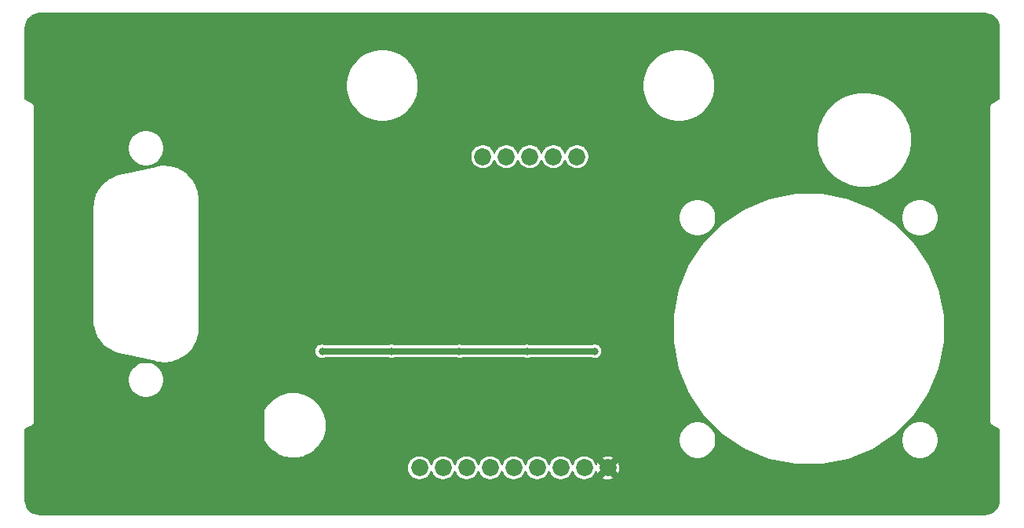
<source format=gbr>
G04 #@! TF.GenerationSoftware,KiCad,Pcbnew,(5.1.8)-1*
G04 #@! TF.CreationDate,2020-12-19T14:32:43-06:00*
G04 #@! TF.ProjectId,endcap,656e6463-6170-42e6-9b69-6361645f7063,2.1*
G04 #@! TF.SameCoordinates,PX2faf080PY2faf080*
G04 #@! TF.FileFunction,Copper,L1,Top*
G04 #@! TF.FilePolarity,Positive*
%FSLAX46Y46*%
G04 Gerber Fmt 4.6, Leading zero omitted, Abs format (unit mm)*
G04 Created by KiCad (PCBNEW (5.1.8)-1) date 2020-12-19 14:32:43*
%MOMM*%
%LPD*%
G01*
G04 APERTURE LIST*
G04 #@! TA.AperFunction,ComponentPad*
%ADD10C,1.850000*%
G04 #@! TD*
G04 #@! TA.AperFunction,ComponentPad*
%ADD11C,4.900000*%
G04 #@! TD*
G04 #@! TA.AperFunction,ViaPad*
%ADD12C,0.800000*%
G04 #@! TD*
G04 #@! TA.AperFunction,Conductor*
%ADD13C,0.700000*%
G04 #@! TD*
G04 #@! TA.AperFunction,Conductor*
%ADD14C,0.200000*%
G04 #@! TD*
G04 #@! TA.AperFunction,Conductor*
%ADD15C,0.100000*%
G04 #@! TD*
G04 APERTURE END LIST*
D10*
X43000000Y-49500000D03*
X45540000Y-49500000D03*
X48080000Y-49500000D03*
X50620000Y-49500000D03*
X53160000Y-49500000D03*
X55700000Y-49500000D03*
X58240000Y-49500000D03*
X60780000Y-49500000D03*
X63320000Y-49500000D03*
D11*
X4875000Y-3750000D03*
X101125000Y-3750000D03*
X101125000Y-51250000D03*
X4875000Y-51250000D03*
D10*
X60000000Y-15900000D03*
X57460000Y-15900000D03*
X54920000Y-15900000D03*
X52380000Y-15900000D03*
X49840000Y-15900000D03*
D12*
X40600000Y-32000000D03*
X47900000Y-33700000D03*
X55200000Y-33700000D03*
X62500000Y-33700000D03*
X68700000Y-32300000D03*
X29800000Y-34200000D03*
X38600000Y-27400000D03*
X63800000Y-25500000D03*
X56800000Y-23400000D03*
X59100000Y-22700000D03*
X41900000Y-20700000D03*
X30300000Y-20900000D03*
X69000000Y-49000000D03*
X39000000Y-48900000D03*
X47300000Y-36900000D03*
X54600000Y-36900000D03*
X61900000Y-36900000D03*
X40000000Y-36900000D03*
X32500000Y-36900000D03*
D13*
X47300000Y-36900000D02*
X40000000Y-36900000D01*
X40000000Y-36900000D02*
X33100000Y-36900000D01*
X32500000Y-36900000D02*
X33100000Y-36900000D01*
X47300000Y-36900000D02*
X54600000Y-36900000D01*
X54600000Y-36900000D02*
X61900000Y-36900000D01*
D14*
X104295764Y-506278D02*
X104580263Y-592173D01*
X104842665Y-731695D01*
X105072961Y-919521D01*
X105262394Y-1148505D01*
X105403741Y-1409921D01*
X105491620Y-1693812D01*
X105525000Y-2011398D01*
X105525001Y-9706434D01*
X104823588Y-10057141D01*
X104817346Y-10059034D01*
X104781774Y-10078048D01*
X104766705Y-10085582D01*
X104761231Y-10089028D01*
X104734827Y-10103141D01*
X104721709Y-10113907D01*
X104707362Y-10122938D01*
X104685645Y-10143504D01*
X104662499Y-10162499D01*
X104651732Y-10175618D01*
X104639424Y-10187274D01*
X104622136Y-10211681D01*
X104603141Y-10234827D01*
X104595142Y-10249792D01*
X104585342Y-10263628D01*
X104573141Y-10290953D01*
X104559034Y-10317347D01*
X104554112Y-10333574D01*
X104547195Y-10349065D01*
X104540559Y-10378252D01*
X104531873Y-10406885D01*
X104530211Y-10423763D01*
X104526450Y-10440303D01*
X104525635Y-10470218D01*
X104525000Y-10476669D01*
X104525000Y-10493550D01*
X104523903Y-10533835D01*
X104525000Y-10540259D01*
X104525001Y-44459735D01*
X104523903Y-44466165D01*
X104525001Y-44506486D01*
X104525001Y-44523332D01*
X104525635Y-44529770D01*
X104526450Y-44559697D01*
X104530212Y-44576244D01*
X104531874Y-44593116D01*
X104540557Y-44621738D01*
X104547195Y-44650935D01*
X104554114Y-44666431D01*
X104559035Y-44682654D01*
X104573138Y-44709039D01*
X104585342Y-44736372D01*
X104595146Y-44750214D01*
X104603142Y-44765173D01*
X104622130Y-44788310D01*
X104639424Y-44812726D01*
X104651737Y-44824386D01*
X104662500Y-44837501D01*
X104685639Y-44856490D01*
X104707362Y-44877062D01*
X104721713Y-44886096D01*
X104734828Y-44896859D01*
X104761225Y-44910968D01*
X104766705Y-44914418D01*
X104781789Y-44921960D01*
X104817347Y-44940966D01*
X104823586Y-44942859D01*
X105525000Y-45293566D01*
X105525001Y-52976758D01*
X105493722Y-53295765D01*
X105407826Y-53580265D01*
X105268307Y-53842661D01*
X105080479Y-54072962D01*
X104851495Y-54262394D01*
X104590079Y-54403741D01*
X104306188Y-54491620D01*
X103988602Y-54525000D01*
X2023232Y-54525000D01*
X1704235Y-54493722D01*
X1419735Y-54407826D01*
X1157339Y-54268307D01*
X927038Y-54080479D01*
X737606Y-53851495D01*
X596259Y-53590079D01*
X508380Y-53306188D01*
X475000Y-52988602D01*
X475000Y-49369499D01*
X41675000Y-49369499D01*
X41675000Y-49630501D01*
X41725919Y-49886488D01*
X41825800Y-50127623D01*
X41970805Y-50344638D01*
X42155362Y-50529195D01*
X42372377Y-50674200D01*
X42613512Y-50774081D01*
X42869499Y-50825000D01*
X43130501Y-50825000D01*
X43386488Y-50774081D01*
X43627623Y-50674200D01*
X43844638Y-50529195D01*
X44029195Y-50344638D01*
X44174200Y-50127623D01*
X44270000Y-49896340D01*
X44365800Y-50127623D01*
X44510805Y-50344638D01*
X44695362Y-50529195D01*
X44912377Y-50674200D01*
X45153512Y-50774081D01*
X45409499Y-50825000D01*
X45670501Y-50825000D01*
X45926488Y-50774081D01*
X46167623Y-50674200D01*
X46384638Y-50529195D01*
X46569195Y-50344638D01*
X46714200Y-50127623D01*
X46810000Y-49896340D01*
X46905800Y-50127623D01*
X47050805Y-50344638D01*
X47235362Y-50529195D01*
X47452377Y-50674200D01*
X47693512Y-50774081D01*
X47949499Y-50825000D01*
X48210501Y-50825000D01*
X48466488Y-50774081D01*
X48707623Y-50674200D01*
X48924638Y-50529195D01*
X49109195Y-50344638D01*
X49254200Y-50127623D01*
X49350000Y-49896340D01*
X49445800Y-50127623D01*
X49590805Y-50344638D01*
X49775362Y-50529195D01*
X49992377Y-50674200D01*
X50233512Y-50774081D01*
X50489499Y-50825000D01*
X50750501Y-50825000D01*
X51006488Y-50774081D01*
X51247623Y-50674200D01*
X51464638Y-50529195D01*
X51649195Y-50344638D01*
X51794200Y-50127623D01*
X51890000Y-49896340D01*
X51985800Y-50127623D01*
X52130805Y-50344638D01*
X52315362Y-50529195D01*
X52532377Y-50674200D01*
X52773512Y-50774081D01*
X53029499Y-50825000D01*
X53290501Y-50825000D01*
X53546488Y-50774081D01*
X53787623Y-50674200D01*
X54004638Y-50529195D01*
X54189195Y-50344638D01*
X54334200Y-50127623D01*
X54430000Y-49896340D01*
X54525800Y-50127623D01*
X54670805Y-50344638D01*
X54855362Y-50529195D01*
X55072377Y-50674200D01*
X55313512Y-50774081D01*
X55569499Y-50825000D01*
X55830501Y-50825000D01*
X56086488Y-50774081D01*
X56327623Y-50674200D01*
X56544638Y-50529195D01*
X56729195Y-50344638D01*
X56874200Y-50127623D01*
X56970000Y-49896340D01*
X57065800Y-50127623D01*
X57210805Y-50344638D01*
X57395362Y-50529195D01*
X57612377Y-50674200D01*
X57853512Y-50774081D01*
X58109499Y-50825000D01*
X58370501Y-50825000D01*
X58626488Y-50774081D01*
X58867623Y-50674200D01*
X59084638Y-50529195D01*
X59269195Y-50344638D01*
X59414200Y-50127623D01*
X59510000Y-49896340D01*
X59605800Y-50127623D01*
X59750805Y-50344638D01*
X59935362Y-50529195D01*
X60152377Y-50674200D01*
X60393512Y-50774081D01*
X60649499Y-50825000D01*
X60910501Y-50825000D01*
X61166488Y-50774081D01*
X61407623Y-50674200D01*
X61583569Y-50556636D01*
X62687628Y-50556636D01*
X62800247Y-50725770D01*
X63049370Y-50803616D01*
X63308893Y-50831365D01*
X63568842Y-50807950D01*
X63819229Y-50734271D01*
X63839753Y-50725770D01*
X63952372Y-50556636D01*
X63320000Y-49924264D01*
X62687628Y-50556636D01*
X61583569Y-50556636D01*
X61624638Y-50529195D01*
X61809195Y-50344638D01*
X61954200Y-50127623D01*
X62053188Y-49888644D01*
X62085729Y-49999229D01*
X62094230Y-50019753D01*
X62263364Y-50132372D01*
X62895736Y-49500000D01*
X63744264Y-49500000D01*
X64376636Y-50132372D01*
X64545770Y-50019753D01*
X64623616Y-49770630D01*
X64651365Y-49511107D01*
X64627950Y-49251158D01*
X64554271Y-49000771D01*
X64545770Y-48980247D01*
X64376636Y-48867628D01*
X63744264Y-49500000D01*
X62895736Y-49500000D01*
X62263364Y-48867628D01*
X62094230Y-48980247D01*
X62053230Y-49111457D01*
X61954200Y-48872377D01*
X61809195Y-48655362D01*
X61624638Y-48470805D01*
X61583570Y-48443364D01*
X62687628Y-48443364D01*
X63320000Y-49075736D01*
X63952372Y-48443364D01*
X63839753Y-48274230D01*
X63590630Y-48196384D01*
X63331107Y-48168635D01*
X63071158Y-48192050D01*
X62820771Y-48265729D01*
X62800247Y-48274230D01*
X62687628Y-48443364D01*
X61583570Y-48443364D01*
X61407623Y-48325800D01*
X61166488Y-48225919D01*
X60910501Y-48175000D01*
X60649499Y-48175000D01*
X60393512Y-48225919D01*
X60152377Y-48325800D01*
X59935362Y-48470805D01*
X59750805Y-48655362D01*
X59605800Y-48872377D01*
X59510000Y-49103660D01*
X59414200Y-48872377D01*
X59269195Y-48655362D01*
X59084638Y-48470805D01*
X58867623Y-48325800D01*
X58626488Y-48225919D01*
X58370501Y-48175000D01*
X58109499Y-48175000D01*
X57853512Y-48225919D01*
X57612377Y-48325800D01*
X57395362Y-48470805D01*
X57210805Y-48655362D01*
X57065800Y-48872377D01*
X56970000Y-49103660D01*
X56874200Y-48872377D01*
X56729195Y-48655362D01*
X56544638Y-48470805D01*
X56327623Y-48325800D01*
X56086488Y-48225919D01*
X55830501Y-48175000D01*
X55569499Y-48175000D01*
X55313512Y-48225919D01*
X55072377Y-48325800D01*
X54855362Y-48470805D01*
X54670805Y-48655362D01*
X54525800Y-48872377D01*
X54430000Y-49103660D01*
X54334200Y-48872377D01*
X54189195Y-48655362D01*
X54004638Y-48470805D01*
X53787623Y-48325800D01*
X53546488Y-48225919D01*
X53290501Y-48175000D01*
X53029499Y-48175000D01*
X52773512Y-48225919D01*
X52532377Y-48325800D01*
X52315362Y-48470805D01*
X52130805Y-48655362D01*
X51985800Y-48872377D01*
X51890000Y-49103660D01*
X51794200Y-48872377D01*
X51649195Y-48655362D01*
X51464638Y-48470805D01*
X51247623Y-48325800D01*
X51006488Y-48225919D01*
X50750501Y-48175000D01*
X50489499Y-48175000D01*
X50233512Y-48225919D01*
X49992377Y-48325800D01*
X49775362Y-48470805D01*
X49590805Y-48655362D01*
X49445800Y-48872377D01*
X49350000Y-49103660D01*
X49254200Y-48872377D01*
X49109195Y-48655362D01*
X48924638Y-48470805D01*
X48707623Y-48325800D01*
X48466488Y-48225919D01*
X48210501Y-48175000D01*
X47949499Y-48175000D01*
X47693512Y-48225919D01*
X47452377Y-48325800D01*
X47235362Y-48470805D01*
X47050805Y-48655362D01*
X46905800Y-48872377D01*
X46810000Y-49103660D01*
X46714200Y-48872377D01*
X46569195Y-48655362D01*
X46384638Y-48470805D01*
X46167623Y-48325800D01*
X45926488Y-48225919D01*
X45670501Y-48175000D01*
X45409499Y-48175000D01*
X45153512Y-48225919D01*
X44912377Y-48325800D01*
X44695362Y-48470805D01*
X44510805Y-48655362D01*
X44365800Y-48872377D01*
X44270000Y-49103660D01*
X44174200Y-48872377D01*
X44029195Y-48655362D01*
X43844638Y-48470805D01*
X43627623Y-48325800D01*
X43386488Y-48225919D01*
X43130501Y-48175000D01*
X42869499Y-48175000D01*
X42613512Y-48225919D01*
X42372377Y-48325800D01*
X42155362Y-48470805D01*
X41970805Y-48655362D01*
X41825800Y-48872377D01*
X41725919Y-49113512D01*
X41675000Y-49369499D01*
X475000Y-49369499D01*
X475000Y-45293566D01*
X1176418Y-44942857D01*
X1182653Y-44940966D01*
X1218189Y-44921972D01*
X1233295Y-44914419D01*
X1238782Y-44910965D01*
X1265173Y-44896859D01*
X1278286Y-44886098D01*
X1292638Y-44877063D01*
X1314363Y-44856490D01*
X1337501Y-44837501D01*
X1348264Y-44824386D01*
X1360576Y-44812727D01*
X1377869Y-44788312D01*
X1396859Y-44765173D01*
X1404856Y-44750212D01*
X1414658Y-44736373D01*
X1426859Y-44709046D01*
X1440966Y-44682654D01*
X1445888Y-44666427D01*
X1452805Y-44650936D01*
X1459441Y-44621749D01*
X1468127Y-44593116D01*
X1469789Y-44576238D01*
X1473550Y-44559698D01*
X1474365Y-44529783D01*
X1475000Y-44523332D01*
X1475000Y-44506450D01*
X1476097Y-44466165D01*
X1475000Y-44459741D01*
X1475000Y-43377896D01*
X26200000Y-43377896D01*
X26200002Y-46422105D01*
X26202150Y-46443915D01*
X26202150Y-46443929D01*
X26202153Y-46443943D01*
X26206513Y-46488215D01*
X26232245Y-46573041D01*
X26274031Y-46651216D01*
X26281935Y-46660847D01*
X26285997Y-46668426D01*
X26289528Y-46673623D01*
X26636590Y-47176915D01*
X26662925Y-47208090D01*
X26688792Y-47239593D01*
X26693265Y-47244006D01*
X27131474Y-47670301D01*
X27163391Y-47695790D01*
X27194856Y-47721645D01*
X27200095Y-47725101D01*
X27200100Y-47725105D01*
X27200105Y-47725108D01*
X27712766Y-48058166D01*
X27748959Y-48076935D01*
X27784913Y-48096222D01*
X27790729Y-48098597D01*
X28358321Y-48325739D01*
X28397484Y-48337124D01*
X28436488Y-48349057D01*
X28442655Y-48350257D01*
X29043557Y-48462826D01*
X29084215Y-48466390D01*
X29124763Y-48470517D01*
X29131047Y-48470496D01*
X29742369Y-48464205D01*
X29782932Y-48459806D01*
X29823522Y-48455977D01*
X29829682Y-48454736D01*
X30428140Y-48329826D01*
X30467096Y-48317626D01*
X30506149Y-48305992D01*
X30511944Y-48303581D01*
X30511950Y-48303579D01*
X30511955Y-48303576D01*
X31074749Y-48064805D01*
X31110568Y-48045285D01*
X31146644Y-48026273D01*
X31151866Y-48022778D01*
X31657567Y-47679239D01*
X31688932Y-47653116D01*
X31720608Y-47627475D01*
X31725052Y-47623033D01*
X32154396Y-47187811D01*
X32180079Y-47156107D01*
X32206182Y-47124789D01*
X32209678Y-47119569D01*
X32546311Y-46609242D01*
X32565370Y-46573109D01*
X32584869Y-46537361D01*
X32587285Y-46531561D01*
X32680600Y-46303017D01*
X71000000Y-46303017D01*
X71000000Y-46696983D01*
X71076859Y-47083378D01*
X71227623Y-47447355D01*
X71446499Y-47774926D01*
X71725074Y-48053501D01*
X72052645Y-48272377D01*
X72416622Y-48423141D01*
X72803017Y-48500000D01*
X73196983Y-48500000D01*
X73583378Y-48423141D01*
X73947355Y-48272377D01*
X74274926Y-48053501D01*
X74553501Y-47774926D01*
X74772377Y-47447355D01*
X74923141Y-47083378D01*
X75000000Y-46696983D01*
X75000000Y-46303017D01*
X74923141Y-45916622D01*
X74772377Y-45552645D01*
X74553501Y-45225074D01*
X74274926Y-44946499D01*
X73947355Y-44727623D01*
X73583378Y-44576859D01*
X73196983Y-44500000D01*
X72803017Y-44500000D01*
X72416622Y-44576859D01*
X72052645Y-44727623D01*
X71725074Y-44946499D01*
X71446499Y-45225074D01*
X71227623Y-45552645D01*
X71076859Y-45916622D01*
X71000000Y-46303017D01*
X32680600Y-46303017D01*
X32818383Y-45965568D01*
X32830046Y-45926469D01*
X32842245Y-45887567D01*
X32843488Y-45881408D01*
X32960251Y-45281307D01*
X32964104Y-45240629D01*
X32968508Y-45200156D01*
X32968532Y-45193873D01*
X32966509Y-44582522D01*
X32962392Y-44541920D01*
X32958847Y-44501314D01*
X32957649Y-44495146D01*
X32836920Y-43895830D01*
X32824992Y-43856788D01*
X32813631Y-43817656D01*
X32811261Y-43811845D01*
X32811259Y-43811839D01*
X32811256Y-43811834D01*
X32576420Y-43247386D01*
X32557135Y-43211404D01*
X32538390Y-43175224D01*
X32534933Y-43169978D01*
X32194932Y-42661890D01*
X32169012Y-42630322D01*
X32143609Y-42598489D01*
X32139199Y-42594014D01*
X31706984Y-42161643D01*
X31675473Y-42135750D01*
X31644326Y-42109419D01*
X31639130Y-42105886D01*
X31131166Y-41765699D01*
X31095199Y-41746405D01*
X31059556Y-41726639D01*
X31053773Y-41724183D01*
X30489407Y-41489139D01*
X30450385Y-41477201D01*
X30411574Y-41464732D01*
X30405427Y-41463447D01*
X30405425Y-41463446D01*
X30405423Y-41463446D01*
X29806152Y-41342498D01*
X29765536Y-41338365D01*
X29725061Y-41333674D01*
X29718779Y-41333607D01*
X29718778Y-41333607D01*
X29107428Y-41331362D01*
X29066831Y-41335192D01*
X29026169Y-41338456D01*
X29019993Y-41339611D01*
X28419849Y-41456153D01*
X28380753Y-41467800D01*
X28341513Y-41478896D01*
X28335679Y-41481228D01*
X27769601Y-41712120D01*
X27733457Y-41731168D01*
X27697176Y-41749646D01*
X27691914Y-41753062D01*
X27691906Y-41753066D01*
X27691899Y-41753071D01*
X27181457Y-42089512D01*
X27149731Y-42115193D01*
X27117700Y-42140390D01*
X27113195Y-42144769D01*
X26677816Y-42573955D01*
X26651708Y-42605279D01*
X26625155Y-42636247D01*
X26621586Y-42641418D01*
X26289270Y-43130214D01*
X26274029Y-43148785D01*
X26232243Y-43226960D01*
X26206511Y-43311786D01*
X26200000Y-43377896D01*
X1475000Y-43377896D01*
X1475000Y-39810404D01*
X11575000Y-39810404D01*
X11575000Y-40189596D01*
X11648977Y-40561502D01*
X11794087Y-40911829D01*
X12004755Y-41227116D01*
X12272884Y-41495245D01*
X12588171Y-41705913D01*
X12938498Y-41851023D01*
X13310404Y-41925000D01*
X13689596Y-41925000D01*
X14061502Y-41851023D01*
X14411829Y-41705913D01*
X14727116Y-41495245D01*
X14995245Y-41227116D01*
X15205913Y-40911829D01*
X15351023Y-40561502D01*
X15425000Y-40189596D01*
X15425000Y-39810404D01*
X15351023Y-39438498D01*
X15205913Y-39088171D01*
X14995245Y-38772884D01*
X14727116Y-38504755D01*
X14411829Y-38294087D01*
X14061502Y-38148977D01*
X13689596Y-38075000D01*
X13310404Y-38075000D01*
X12938498Y-38148977D01*
X12588171Y-38294087D01*
X12272884Y-38504755D01*
X12004755Y-38772884D01*
X11794087Y-39088171D01*
X11648977Y-39438498D01*
X11575000Y-39810404D01*
X1475000Y-39810404D01*
X1475000Y-33519260D01*
X7716474Y-33519260D01*
X7716938Y-33525526D01*
X7763199Y-34096730D01*
X7769960Y-34134195D01*
X7775732Y-34171783D01*
X7777329Y-34177860D01*
X7948213Y-34809862D01*
X7962661Y-34848037D01*
X7976553Y-34886350D01*
X7979300Y-34892000D01*
X8269686Y-35478775D01*
X8291286Y-35513436D01*
X8312343Y-35548301D01*
X8316135Y-35553310D01*
X8714962Y-36072506D01*
X8742856Y-36102282D01*
X8770311Y-36132424D01*
X8775004Y-36136601D01*
X9267082Y-36568444D01*
X9300222Y-36592231D01*
X9333015Y-36616470D01*
X9338430Y-36619656D01*
X9905014Y-36947695D01*
X9942183Y-36964610D01*
X9979019Y-36981999D01*
X9984950Y-36984073D01*
X10565890Y-37182632D01*
X10568990Y-37184366D01*
X10632178Y-37204863D01*
X14549917Y-38062478D01*
X14627485Y-38088131D01*
X14633624Y-38089470D01*
X14759483Y-38115991D01*
X14782524Y-38118535D01*
X14805235Y-38123197D01*
X14811488Y-38123810D01*
X15462603Y-38183066D01*
X15503420Y-38182781D01*
X15544171Y-38183066D01*
X15550425Y-38182453D01*
X16200649Y-38114112D01*
X16240646Y-38105902D01*
X16280664Y-38098268D01*
X16286669Y-38096455D01*
X16286679Y-38096453D01*
X16286688Y-38096449D01*
X16911245Y-37903117D01*
X16948848Y-37887310D01*
X16986660Y-37872033D01*
X16992208Y-37869084D01*
X17567327Y-37558118D01*
X17601182Y-37535283D01*
X17635267Y-37512978D01*
X17640137Y-37509007D01*
X18143902Y-37092256D01*
X18172628Y-37063329D01*
X18201782Y-37034779D01*
X18205787Y-37029938D01*
X18376023Y-36821207D01*
X31700000Y-36821207D01*
X31700000Y-36978793D01*
X31730743Y-37133351D01*
X31791049Y-37278942D01*
X31878599Y-37409970D01*
X31990030Y-37521401D01*
X32121058Y-37608951D01*
X32266649Y-37669257D01*
X32421207Y-37700000D01*
X32578793Y-37700000D01*
X32733351Y-37669257D01*
X32779841Y-37650000D01*
X39720159Y-37650000D01*
X39766649Y-37669257D01*
X39921207Y-37700000D01*
X40078793Y-37700000D01*
X40233351Y-37669257D01*
X40279841Y-37650000D01*
X47020159Y-37650000D01*
X47066649Y-37669257D01*
X47221207Y-37700000D01*
X47378793Y-37700000D01*
X47533351Y-37669257D01*
X47579841Y-37650000D01*
X54320159Y-37650000D01*
X54366649Y-37669257D01*
X54521207Y-37700000D01*
X54678793Y-37700000D01*
X54833351Y-37669257D01*
X54879841Y-37650000D01*
X61620159Y-37650000D01*
X61666649Y-37669257D01*
X61821207Y-37700000D01*
X61978793Y-37700000D01*
X62133351Y-37669257D01*
X62278942Y-37608951D01*
X62409970Y-37521401D01*
X62521401Y-37409970D01*
X62608951Y-37278942D01*
X62669257Y-37133351D01*
X62700000Y-36978793D01*
X62700000Y-36821207D01*
X62669257Y-36666649D01*
X62608951Y-36521058D01*
X62521401Y-36390030D01*
X62409970Y-36278599D01*
X62278942Y-36191049D01*
X62133351Y-36130743D01*
X61978793Y-36100000D01*
X61821207Y-36100000D01*
X61666649Y-36130743D01*
X61620159Y-36150000D01*
X54879841Y-36150000D01*
X54833351Y-36130743D01*
X54678793Y-36100000D01*
X54521207Y-36100000D01*
X54366649Y-36130743D01*
X54320159Y-36150000D01*
X47579841Y-36150000D01*
X47533351Y-36130743D01*
X47378793Y-36100000D01*
X47221207Y-36100000D01*
X47066649Y-36130743D01*
X47020159Y-36150000D01*
X40279841Y-36150000D01*
X40233351Y-36130743D01*
X40078793Y-36100000D01*
X39921207Y-36100000D01*
X39766649Y-36130743D01*
X39720159Y-36150000D01*
X32779841Y-36150000D01*
X32733351Y-36130743D01*
X32578793Y-36100000D01*
X32421207Y-36100000D01*
X32266649Y-36130743D01*
X32121058Y-36191049D01*
X31990030Y-36278599D01*
X31878599Y-36390030D01*
X31791049Y-36521058D01*
X31730743Y-36666649D01*
X31700000Y-36821207D01*
X18376023Y-36821207D01*
X18619011Y-36523275D01*
X18641587Y-36489296D01*
X18664624Y-36455651D01*
X18667609Y-36450129D01*
X18667612Y-36450125D01*
X18667614Y-36450121D01*
X18974555Y-35872849D01*
X18990098Y-35835141D01*
X19006165Y-35797653D01*
X19008023Y-35791651D01*
X19196994Y-35165749D01*
X19204926Y-35125691D01*
X19213395Y-35085846D01*
X19214052Y-35079597D01*
X19277852Y-34428912D01*
X19280000Y-34407105D01*
X19280000Y-33057101D01*
X70350000Y-33057101D01*
X70350000Y-35942899D01*
X70912991Y-38773247D01*
X72017338Y-41439377D01*
X73620602Y-43838831D01*
X75661169Y-45879398D01*
X78060623Y-47482662D01*
X80726753Y-48587009D01*
X83557101Y-49150000D01*
X86442899Y-49150000D01*
X89273247Y-48587009D01*
X91939377Y-47482662D01*
X93704840Y-46303017D01*
X95000000Y-46303017D01*
X95000000Y-46696983D01*
X95076859Y-47083378D01*
X95227623Y-47447355D01*
X95446499Y-47774926D01*
X95725074Y-48053501D01*
X96052645Y-48272377D01*
X96416622Y-48423141D01*
X96803017Y-48500000D01*
X97196983Y-48500000D01*
X97583378Y-48423141D01*
X97947355Y-48272377D01*
X98274926Y-48053501D01*
X98553501Y-47774926D01*
X98772377Y-47447355D01*
X98923141Y-47083378D01*
X99000000Y-46696983D01*
X99000000Y-46303017D01*
X98923141Y-45916622D01*
X98772377Y-45552645D01*
X98553501Y-45225074D01*
X98274926Y-44946499D01*
X97947355Y-44727623D01*
X97583378Y-44576859D01*
X97196983Y-44500000D01*
X96803017Y-44500000D01*
X96416622Y-44576859D01*
X96052645Y-44727623D01*
X95725074Y-44946499D01*
X95446499Y-45225074D01*
X95227623Y-45552645D01*
X95076859Y-45916622D01*
X95000000Y-46303017D01*
X93704840Y-46303017D01*
X94338831Y-45879398D01*
X96379398Y-43838831D01*
X97982662Y-41439377D01*
X99087009Y-38773247D01*
X99650000Y-35942899D01*
X99650000Y-33057101D01*
X99087009Y-30226753D01*
X97982662Y-27560623D01*
X96379398Y-25161169D01*
X94338831Y-23120602D01*
X93115229Y-22303017D01*
X95000000Y-22303017D01*
X95000000Y-22696983D01*
X95076859Y-23083378D01*
X95227623Y-23447355D01*
X95446499Y-23774926D01*
X95725074Y-24053501D01*
X96052645Y-24272377D01*
X96416622Y-24423141D01*
X96803017Y-24500000D01*
X97196983Y-24500000D01*
X97583378Y-24423141D01*
X97947355Y-24272377D01*
X98274926Y-24053501D01*
X98553501Y-23774926D01*
X98772377Y-23447355D01*
X98923141Y-23083378D01*
X99000000Y-22696983D01*
X99000000Y-22303017D01*
X98923141Y-21916622D01*
X98772377Y-21552645D01*
X98553501Y-21225074D01*
X98274926Y-20946499D01*
X97947355Y-20727623D01*
X97583378Y-20576859D01*
X97196983Y-20500000D01*
X96803017Y-20500000D01*
X96416622Y-20576859D01*
X96052645Y-20727623D01*
X95725074Y-20946499D01*
X95446499Y-21225074D01*
X95227623Y-21552645D01*
X95076859Y-21916622D01*
X95000000Y-22303017D01*
X93115229Y-22303017D01*
X91939377Y-21517338D01*
X89273247Y-20412991D01*
X86442899Y-19850000D01*
X83557101Y-19850000D01*
X80726753Y-20412991D01*
X78060623Y-21517338D01*
X75661169Y-23120602D01*
X73620602Y-25161169D01*
X72017338Y-27560623D01*
X70912991Y-30226753D01*
X70350000Y-33057101D01*
X19280000Y-33057101D01*
X19280000Y-22303017D01*
X71000000Y-22303017D01*
X71000000Y-22696983D01*
X71076859Y-23083378D01*
X71227623Y-23447355D01*
X71446499Y-23774926D01*
X71725074Y-24053501D01*
X72052645Y-24272377D01*
X72416622Y-24423141D01*
X72803017Y-24500000D01*
X73196983Y-24500000D01*
X73583378Y-24423141D01*
X73947355Y-24272377D01*
X74274926Y-24053501D01*
X74553501Y-23774926D01*
X74772377Y-23447355D01*
X74923141Y-23083378D01*
X75000000Y-22696983D01*
X75000000Y-22303017D01*
X74923141Y-21916622D01*
X74772377Y-21552645D01*
X74553501Y-21225074D01*
X74274926Y-20946499D01*
X73947355Y-20727623D01*
X73583378Y-20576859D01*
X73196983Y-20500000D01*
X72803017Y-20500000D01*
X72416622Y-20576859D01*
X72052645Y-20727623D01*
X71725074Y-20946499D01*
X71446499Y-21225074D01*
X71227623Y-21552645D01*
X71076859Y-21916622D01*
X71000000Y-22303017D01*
X19280000Y-22303017D01*
X19280000Y-20592895D01*
X19279576Y-20588587D01*
X19277448Y-20477763D01*
X19274743Y-20454738D01*
X19274177Y-20431559D01*
X19273367Y-20425329D01*
X19184635Y-19777573D01*
X19175179Y-19737879D01*
X19166286Y-19698095D01*
X19164282Y-19692140D01*
X18951424Y-19073954D01*
X18934452Y-19036883D01*
X18917987Y-18999552D01*
X18914865Y-18994100D01*
X18585988Y-18429033D01*
X18562120Y-18395940D01*
X18538736Y-18362544D01*
X18534614Y-18357802D01*
X18102245Y-17867375D01*
X18072402Y-17839546D01*
X18042979Y-17811330D01*
X18038014Y-17807478D01*
X17518621Y-17410372D01*
X17483930Y-17388863D01*
X17449598Y-17366906D01*
X17443980Y-17364093D01*
X16857348Y-17075434D01*
X16819147Y-17061075D01*
X16781196Y-17046202D01*
X16775139Y-17044533D01*
X16143610Y-16875316D01*
X16103321Y-16868646D01*
X16063231Y-16861433D01*
X16056965Y-16860972D01*
X15404597Y-16817642D01*
X15363813Y-16818924D01*
X15323052Y-16819635D01*
X15316816Y-16820401D01*
X14668456Y-16904608D01*
X14582883Y-16924364D01*
X14557106Y-16935948D01*
X10632178Y-17795137D01*
X10568990Y-17815634D01*
X10568309Y-17816015D01*
X10065177Y-17981143D01*
X10030350Y-17996481D01*
X9995143Y-18010899D01*
X9989609Y-18013874D01*
X9415178Y-18327974D01*
X9381454Y-18350953D01*
X9347451Y-18373433D01*
X9342600Y-18377427D01*
X8840119Y-18797118D01*
X8811490Y-18826220D01*
X8782512Y-18854866D01*
X8778529Y-18859726D01*
X8367135Y-19369023D01*
X8344711Y-19403122D01*
X8321841Y-19436862D01*
X8318882Y-19442398D01*
X8318879Y-19442402D01*
X8318879Y-19442403D01*
X8014244Y-20021907D01*
X7998871Y-20059708D01*
X7982989Y-20097251D01*
X7981159Y-20103262D01*
X7794885Y-20730900D01*
X7787145Y-20770983D01*
X7778860Y-20810880D01*
X7778233Y-20817131D01*
X7717415Y-21468997D01*
X7717828Y-21556820D01*
X7720001Y-21567530D01*
X7720000Y-33427947D01*
X7719187Y-33431477D01*
X7716474Y-33519260D01*
X1475000Y-33519260D01*
X1475000Y-14810404D01*
X11575000Y-14810404D01*
X11575000Y-15189596D01*
X11648977Y-15561502D01*
X11794087Y-15911829D01*
X12004755Y-16227116D01*
X12272884Y-16495245D01*
X12588171Y-16705913D01*
X12938498Y-16851023D01*
X13310404Y-16925000D01*
X13689596Y-16925000D01*
X14061502Y-16851023D01*
X14411829Y-16705913D01*
X14727116Y-16495245D01*
X14995245Y-16227116D01*
X15205913Y-15911829D01*
X15264867Y-15769499D01*
X48515000Y-15769499D01*
X48515000Y-16030501D01*
X48565919Y-16286488D01*
X48665800Y-16527623D01*
X48810805Y-16744638D01*
X48995362Y-16929195D01*
X49212377Y-17074200D01*
X49453512Y-17174081D01*
X49709499Y-17225000D01*
X49970501Y-17225000D01*
X50226488Y-17174081D01*
X50467623Y-17074200D01*
X50684638Y-16929195D01*
X50869195Y-16744638D01*
X51014200Y-16527623D01*
X51110000Y-16296340D01*
X51205800Y-16527623D01*
X51350805Y-16744638D01*
X51535362Y-16929195D01*
X51752377Y-17074200D01*
X51993512Y-17174081D01*
X52249499Y-17225000D01*
X52510501Y-17225000D01*
X52766488Y-17174081D01*
X53007623Y-17074200D01*
X53224638Y-16929195D01*
X53409195Y-16744638D01*
X53554200Y-16527623D01*
X53650000Y-16296340D01*
X53745800Y-16527623D01*
X53890805Y-16744638D01*
X54075362Y-16929195D01*
X54292377Y-17074200D01*
X54533512Y-17174081D01*
X54789499Y-17225000D01*
X55050501Y-17225000D01*
X55306488Y-17174081D01*
X55547623Y-17074200D01*
X55764638Y-16929195D01*
X55949195Y-16744638D01*
X56094200Y-16527623D01*
X56190000Y-16296340D01*
X56285800Y-16527623D01*
X56430805Y-16744638D01*
X56615362Y-16929195D01*
X56832377Y-17074200D01*
X57073512Y-17174081D01*
X57329499Y-17225000D01*
X57590501Y-17225000D01*
X57846488Y-17174081D01*
X58087623Y-17074200D01*
X58304638Y-16929195D01*
X58489195Y-16744638D01*
X58634200Y-16527623D01*
X58730000Y-16296340D01*
X58825800Y-16527623D01*
X58970805Y-16744638D01*
X59155362Y-16929195D01*
X59372377Y-17074200D01*
X59613512Y-17174081D01*
X59869499Y-17225000D01*
X60130501Y-17225000D01*
X60386488Y-17174081D01*
X60627623Y-17074200D01*
X60844638Y-16929195D01*
X61029195Y-16744638D01*
X61174200Y-16527623D01*
X61274081Y-16286488D01*
X61325000Y-16030501D01*
X61325000Y-15769499D01*
X61274081Y-15513512D01*
X61174200Y-15272377D01*
X61029195Y-15055362D01*
X60844638Y-14870805D01*
X60627623Y-14725800D01*
X60386488Y-14625919D01*
X60130501Y-14575000D01*
X59869499Y-14575000D01*
X59613512Y-14625919D01*
X59372377Y-14725800D01*
X59155362Y-14870805D01*
X58970805Y-15055362D01*
X58825800Y-15272377D01*
X58730000Y-15503660D01*
X58634200Y-15272377D01*
X58489195Y-15055362D01*
X58304638Y-14870805D01*
X58087623Y-14725800D01*
X57846488Y-14625919D01*
X57590501Y-14575000D01*
X57329499Y-14575000D01*
X57073512Y-14625919D01*
X56832377Y-14725800D01*
X56615362Y-14870805D01*
X56430805Y-15055362D01*
X56285800Y-15272377D01*
X56190000Y-15503660D01*
X56094200Y-15272377D01*
X55949195Y-15055362D01*
X55764638Y-14870805D01*
X55547623Y-14725800D01*
X55306488Y-14625919D01*
X55050501Y-14575000D01*
X54789499Y-14575000D01*
X54533512Y-14625919D01*
X54292377Y-14725800D01*
X54075362Y-14870805D01*
X53890805Y-15055362D01*
X53745800Y-15272377D01*
X53650000Y-15503660D01*
X53554200Y-15272377D01*
X53409195Y-15055362D01*
X53224638Y-14870805D01*
X53007623Y-14725800D01*
X52766488Y-14625919D01*
X52510501Y-14575000D01*
X52249499Y-14575000D01*
X51993512Y-14625919D01*
X51752377Y-14725800D01*
X51535362Y-14870805D01*
X51350805Y-15055362D01*
X51205800Y-15272377D01*
X51110000Y-15503660D01*
X51014200Y-15272377D01*
X50869195Y-15055362D01*
X50684638Y-14870805D01*
X50467623Y-14725800D01*
X50226488Y-14625919D01*
X49970501Y-14575000D01*
X49709499Y-14575000D01*
X49453512Y-14625919D01*
X49212377Y-14725800D01*
X48995362Y-14870805D01*
X48810805Y-15055362D01*
X48665800Y-15272377D01*
X48565919Y-15513512D01*
X48515000Y-15769499D01*
X15264867Y-15769499D01*
X15351023Y-15561502D01*
X15425000Y-15189596D01*
X15425000Y-14810404D01*
X15351023Y-14438498D01*
X15205913Y-14088171D01*
X14995245Y-13772884D01*
X14815130Y-13592769D01*
X85850000Y-13592769D01*
X85850000Y-14607231D01*
X86047911Y-15602200D01*
X86436129Y-16539440D01*
X86999734Y-17382934D01*
X87717066Y-18100266D01*
X88560560Y-18663871D01*
X89497800Y-19052089D01*
X90492769Y-19250000D01*
X91507231Y-19250000D01*
X92502200Y-19052089D01*
X93439440Y-18663871D01*
X94282934Y-18100266D01*
X95000266Y-17382934D01*
X95563871Y-16539440D01*
X95952089Y-15602200D01*
X96150000Y-14607231D01*
X96150000Y-13592769D01*
X95952089Y-12597800D01*
X95563871Y-11660560D01*
X95000266Y-10817066D01*
X94282934Y-10099734D01*
X93439440Y-9536129D01*
X92502200Y-9147911D01*
X91507231Y-8950000D01*
X90492769Y-8950000D01*
X89497800Y-9147911D01*
X88560560Y-9536129D01*
X87717066Y-10099734D01*
X86999734Y-10817066D01*
X86436129Y-11660560D01*
X86047911Y-12597800D01*
X85850000Y-13592769D01*
X14815130Y-13592769D01*
X14727116Y-13504755D01*
X14411829Y-13294087D01*
X14061502Y-13148977D01*
X13689596Y-13075000D01*
X13310404Y-13075000D01*
X12938498Y-13148977D01*
X12588171Y-13294087D01*
X12272884Y-13504755D01*
X12004755Y-13772884D01*
X11794087Y-14088171D01*
X11648977Y-14438498D01*
X11575000Y-14810404D01*
X1475000Y-14810404D01*
X1475000Y-10540259D01*
X1476097Y-10533835D01*
X1475000Y-10493550D01*
X1475000Y-10476668D01*
X1474365Y-10470217D01*
X1473550Y-10440302D01*
X1469789Y-10423762D01*
X1468127Y-10406884D01*
X1459441Y-10378251D01*
X1452805Y-10349064D01*
X1445888Y-10333573D01*
X1440966Y-10317346D01*
X1426859Y-10290954D01*
X1414658Y-10263627D01*
X1404856Y-10249788D01*
X1396859Y-10234827D01*
X1377869Y-10211688D01*
X1360576Y-10187273D01*
X1348264Y-10175614D01*
X1337501Y-10162499D01*
X1314363Y-10143510D01*
X1292638Y-10122937D01*
X1278286Y-10113902D01*
X1265173Y-10103141D01*
X1238780Y-10089034D01*
X1233295Y-10085581D01*
X1218198Y-10078032D01*
X1182654Y-10059034D01*
X1176417Y-10057142D01*
X475000Y-9706434D01*
X475000Y-7850884D01*
X35100000Y-7850884D01*
X35100000Y-8619116D01*
X35249875Y-9372588D01*
X35543865Y-10082343D01*
X35970673Y-10721105D01*
X36513895Y-11264327D01*
X37152657Y-11691135D01*
X37862412Y-11985125D01*
X38615884Y-12135000D01*
X39384116Y-12135000D01*
X40137588Y-11985125D01*
X40847343Y-11691135D01*
X41486105Y-11264327D01*
X42029327Y-10721105D01*
X42456135Y-10082343D01*
X42750125Y-9372588D01*
X42900000Y-8619116D01*
X42900000Y-7850884D01*
X67100000Y-7850884D01*
X67100000Y-8619116D01*
X67249875Y-9372588D01*
X67543865Y-10082343D01*
X67970673Y-10721105D01*
X68513895Y-11264327D01*
X69152657Y-11691135D01*
X69862412Y-11985125D01*
X70615884Y-12135000D01*
X71384116Y-12135000D01*
X72137588Y-11985125D01*
X72847343Y-11691135D01*
X73486105Y-11264327D01*
X74029327Y-10721105D01*
X74456135Y-10082343D01*
X74750125Y-9372588D01*
X74900000Y-8619116D01*
X74900000Y-7850884D01*
X74750125Y-7097412D01*
X74456135Y-6387657D01*
X74029327Y-5748895D01*
X73486105Y-5205673D01*
X72847343Y-4778865D01*
X72137588Y-4484875D01*
X71384116Y-4335000D01*
X70615884Y-4335000D01*
X69862412Y-4484875D01*
X69152657Y-4778865D01*
X68513895Y-5205673D01*
X67970673Y-5748895D01*
X67543865Y-6387657D01*
X67249875Y-7097412D01*
X67100000Y-7850884D01*
X42900000Y-7850884D01*
X42750125Y-7097412D01*
X42456135Y-6387657D01*
X42029327Y-5748895D01*
X41486105Y-5205673D01*
X40847343Y-4778865D01*
X40137588Y-4484875D01*
X39384116Y-4335000D01*
X38615884Y-4335000D01*
X37862412Y-4484875D01*
X37152657Y-4778865D01*
X36513895Y-5205673D01*
X35970673Y-5748895D01*
X35543865Y-6387657D01*
X35249875Y-7097412D01*
X35100000Y-7850884D01*
X475000Y-7850884D01*
X475000Y-2023232D01*
X506278Y-1704236D01*
X592173Y-1419737D01*
X731695Y-1157335D01*
X919521Y-927039D01*
X1148505Y-737606D01*
X1409921Y-596259D01*
X1693812Y-508380D01*
X2011398Y-475000D01*
X103976768Y-475000D01*
X104295764Y-506278D01*
G04 #@! TA.AperFunction,Conductor*
D15*
G36*
X104295764Y-506278D02*
G01*
X104580263Y-592173D01*
X104842665Y-731695D01*
X105072961Y-919521D01*
X105262394Y-1148505D01*
X105403741Y-1409921D01*
X105491620Y-1693812D01*
X105525000Y-2011398D01*
X105525001Y-9706434D01*
X104823588Y-10057141D01*
X104817346Y-10059034D01*
X104781774Y-10078048D01*
X104766705Y-10085582D01*
X104761231Y-10089028D01*
X104734827Y-10103141D01*
X104721709Y-10113907D01*
X104707362Y-10122938D01*
X104685645Y-10143504D01*
X104662499Y-10162499D01*
X104651732Y-10175618D01*
X104639424Y-10187274D01*
X104622136Y-10211681D01*
X104603141Y-10234827D01*
X104595142Y-10249792D01*
X104585342Y-10263628D01*
X104573141Y-10290953D01*
X104559034Y-10317347D01*
X104554112Y-10333574D01*
X104547195Y-10349065D01*
X104540559Y-10378252D01*
X104531873Y-10406885D01*
X104530211Y-10423763D01*
X104526450Y-10440303D01*
X104525635Y-10470218D01*
X104525000Y-10476669D01*
X104525000Y-10493550D01*
X104523903Y-10533835D01*
X104525000Y-10540259D01*
X104525001Y-44459735D01*
X104523903Y-44466165D01*
X104525001Y-44506486D01*
X104525001Y-44523332D01*
X104525635Y-44529770D01*
X104526450Y-44559697D01*
X104530212Y-44576244D01*
X104531874Y-44593116D01*
X104540557Y-44621738D01*
X104547195Y-44650935D01*
X104554114Y-44666431D01*
X104559035Y-44682654D01*
X104573138Y-44709039D01*
X104585342Y-44736372D01*
X104595146Y-44750214D01*
X104603142Y-44765173D01*
X104622130Y-44788310D01*
X104639424Y-44812726D01*
X104651737Y-44824386D01*
X104662500Y-44837501D01*
X104685639Y-44856490D01*
X104707362Y-44877062D01*
X104721713Y-44886096D01*
X104734828Y-44896859D01*
X104761225Y-44910968D01*
X104766705Y-44914418D01*
X104781789Y-44921960D01*
X104817347Y-44940966D01*
X104823586Y-44942859D01*
X105525000Y-45293566D01*
X105525001Y-52976758D01*
X105493722Y-53295765D01*
X105407826Y-53580265D01*
X105268307Y-53842661D01*
X105080479Y-54072962D01*
X104851495Y-54262394D01*
X104590079Y-54403741D01*
X104306188Y-54491620D01*
X103988602Y-54525000D01*
X2023232Y-54525000D01*
X1704235Y-54493722D01*
X1419735Y-54407826D01*
X1157339Y-54268307D01*
X927038Y-54080479D01*
X737606Y-53851495D01*
X596259Y-53590079D01*
X508380Y-53306188D01*
X475000Y-52988602D01*
X475000Y-49369499D01*
X41675000Y-49369499D01*
X41675000Y-49630501D01*
X41725919Y-49886488D01*
X41825800Y-50127623D01*
X41970805Y-50344638D01*
X42155362Y-50529195D01*
X42372377Y-50674200D01*
X42613512Y-50774081D01*
X42869499Y-50825000D01*
X43130501Y-50825000D01*
X43386488Y-50774081D01*
X43627623Y-50674200D01*
X43844638Y-50529195D01*
X44029195Y-50344638D01*
X44174200Y-50127623D01*
X44270000Y-49896340D01*
X44365800Y-50127623D01*
X44510805Y-50344638D01*
X44695362Y-50529195D01*
X44912377Y-50674200D01*
X45153512Y-50774081D01*
X45409499Y-50825000D01*
X45670501Y-50825000D01*
X45926488Y-50774081D01*
X46167623Y-50674200D01*
X46384638Y-50529195D01*
X46569195Y-50344638D01*
X46714200Y-50127623D01*
X46810000Y-49896340D01*
X46905800Y-50127623D01*
X47050805Y-50344638D01*
X47235362Y-50529195D01*
X47452377Y-50674200D01*
X47693512Y-50774081D01*
X47949499Y-50825000D01*
X48210501Y-50825000D01*
X48466488Y-50774081D01*
X48707623Y-50674200D01*
X48924638Y-50529195D01*
X49109195Y-50344638D01*
X49254200Y-50127623D01*
X49350000Y-49896340D01*
X49445800Y-50127623D01*
X49590805Y-50344638D01*
X49775362Y-50529195D01*
X49992377Y-50674200D01*
X50233512Y-50774081D01*
X50489499Y-50825000D01*
X50750501Y-50825000D01*
X51006488Y-50774081D01*
X51247623Y-50674200D01*
X51464638Y-50529195D01*
X51649195Y-50344638D01*
X51794200Y-50127623D01*
X51890000Y-49896340D01*
X51985800Y-50127623D01*
X52130805Y-50344638D01*
X52315362Y-50529195D01*
X52532377Y-50674200D01*
X52773512Y-50774081D01*
X53029499Y-50825000D01*
X53290501Y-50825000D01*
X53546488Y-50774081D01*
X53787623Y-50674200D01*
X54004638Y-50529195D01*
X54189195Y-50344638D01*
X54334200Y-50127623D01*
X54430000Y-49896340D01*
X54525800Y-50127623D01*
X54670805Y-50344638D01*
X54855362Y-50529195D01*
X55072377Y-50674200D01*
X55313512Y-50774081D01*
X55569499Y-50825000D01*
X55830501Y-50825000D01*
X56086488Y-50774081D01*
X56327623Y-50674200D01*
X56544638Y-50529195D01*
X56729195Y-50344638D01*
X56874200Y-50127623D01*
X56970000Y-49896340D01*
X57065800Y-50127623D01*
X57210805Y-50344638D01*
X57395362Y-50529195D01*
X57612377Y-50674200D01*
X57853512Y-50774081D01*
X58109499Y-50825000D01*
X58370501Y-50825000D01*
X58626488Y-50774081D01*
X58867623Y-50674200D01*
X59084638Y-50529195D01*
X59269195Y-50344638D01*
X59414200Y-50127623D01*
X59510000Y-49896340D01*
X59605800Y-50127623D01*
X59750805Y-50344638D01*
X59935362Y-50529195D01*
X60152377Y-50674200D01*
X60393512Y-50774081D01*
X60649499Y-50825000D01*
X60910501Y-50825000D01*
X61166488Y-50774081D01*
X61407623Y-50674200D01*
X61583569Y-50556636D01*
X62687628Y-50556636D01*
X62800247Y-50725770D01*
X63049370Y-50803616D01*
X63308893Y-50831365D01*
X63568842Y-50807950D01*
X63819229Y-50734271D01*
X63839753Y-50725770D01*
X63952372Y-50556636D01*
X63320000Y-49924264D01*
X62687628Y-50556636D01*
X61583569Y-50556636D01*
X61624638Y-50529195D01*
X61809195Y-50344638D01*
X61954200Y-50127623D01*
X62053188Y-49888644D01*
X62085729Y-49999229D01*
X62094230Y-50019753D01*
X62263364Y-50132372D01*
X62895736Y-49500000D01*
X63744264Y-49500000D01*
X64376636Y-50132372D01*
X64545770Y-50019753D01*
X64623616Y-49770630D01*
X64651365Y-49511107D01*
X64627950Y-49251158D01*
X64554271Y-49000771D01*
X64545770Y-48980247D01*
X64376636Y-48867628D01*
X63744264Y-49500000D01*
X62895736Y-49500000D01*
X62263364Y-48867628D01*
X62094230Y-48980247D01*
X62053230Y-49111457D01*
X61954200Y-48872377D01*
X61809195Y-48655362D01*
X61624638Y-48470805D01*
X61583570Y-48443364D01*
X62687628Y-48443364D01*
X63320000Y-49075736D01*
X63952372Y-48443364D01*
X63839753Y-48274230D01*
X63590630Y-48196384D01*
X63331107Y-48168635D01*
X63071158Y-48192050D01*
X62820771Y-48265729D01*
X62800247Y-48274230D01*
X62687628Y-48443364D01*
X61583570Y-48443364D01*
X61407623Y-48325800D01*
X61166488Y-48225919D01*
X60910501Y-48175000D01*
X60649499Y-48175000D01*
X60393512Y-48225919D01*
X60152377Y-48325800D01*
X59935362Y-48470805D01*
X59750805Y-48655362D01*
X59605800Y-48872377D01*
X59510000Y-49103660D01*
X59414200Y-48872377D01*
X59269195Y-48655362D01*
X59084638Y-48470805D01*
X58867623Y-48325800D01*
X58626488Y-48225919D01*
X58370501Y-48175000D01*
X58109499Y-48175000D01*
X57853512Y-48225919D01*
X57612377Y-48325800D01*
X57395362Y-48470805D01*
X57210805Y-48655362D01*
X57065800Y-48872377D01*
X56970000Y-49103660D01*
X56874200Y-48872377D01*
X56729195Y-48655362D01*
X56544638Y-48470805D01*
X56327623Y-48325800D01*
X56086488Y-48225919D01*
X55830501Y-48175000D01*
X55569499Y-48175000D01*
X55313512Y-48225919D01*
X55072377Y-48325800D01*
X54855362Y-48470805D01*
X54670805Y-48655362D01*
X54525800Y-48872377D01*
X54430000Y-49103660D01*
X54334200Y-48872377D01*
X54189195Y-48655362D01*
X54004638Y-48470805D01*
X53787623Y-48325800D01*
X53546488Y-48225919D01*
X53290501Y-48175000D01*
X53029499Y-48175000D01*
X52773512Y-48225919D01*
X52532377Y-48325800D01*
X52315362Y-48470805D01*
X52130805Y-48655362D01*
X51985800Y-48872377D01*
X51890000Y-49103660D01*
X51794200Y-48872377D01*
X51649195Y-48655362D01*
X51464638Y-48470805D01*
X51247623Y-48325800D01*
X51006488Y-48225919D01*
X50750501Y-48175000D01*
X50489499Y-48175000D01*
X50233512Y-48225919D01*
X49992377Y-48325800D01*
X49775362Y-48470805D01*
X49590805Y-48655362D01*
X49445800Y-48872377D01*
X49350000Y-49103660D01*
X49254200Y-48872377D01*
X49109195Y-48655362D01*
X48924638Y-48470805D01*
X48707623Y-48325800D01*
X48466488Y-48225919D01*
X48210501Y-48175000D01*
X47949499Y-48175000D01*
X47693512Y-48225919D01*
X47452377Y-48325800D01*
X47235362Y-48470805D01*
X47050805Y-48655362D01*
X46905800Y-48872377D01*
X46810000Y-49103660D01*
X46714200Y-48872377D01*
X46569195Y-48655362D01*
X46384638Y-48470805D01*
X46167623Y-48325800D01*
X45926488Y-48225919D01*
X45670501Y-48175000D01*
X45409499Y-48175000D01*
X45153512Y-48225919D01*
X44912377Y-48325800D01*
X44695362Y-48470805D01*
X44510805Y-48655362D01*
X44365800Y-48872377D01*
X44270000Y-49103660D01*
X44174200Y-48872377D01*
X44029195Y-48655362D01*
X43844638Y-48470805D01*
X43627623Y-48325800D01*
X43386488Y-48225919D01*
X43130501Y-48175000D01*
X42869499Y-48175000D01*
X42613512Y-48225919D01*
X42372377Y-48325800D01*
X42155362Y-48470805D01*
X41970805Y-48655362D01*
X41825800Y-48872377D01*
X41725919Y-49113512D01*
X41675000Y-49369499D01*
X475000Y-49369499D01*
X475000Y-45293566D01*
X1176418Y-44942857D01*
X1182653Y-44940966D01*
X1218189Y-44921972D01*
X1233295Y-44914419D01*
X1238782Y-44910965D01*
X1265173Y-44896859D01*
X1278286Y-44886098D01*
X1292638Y-44877063D01*
X1314363Y-44856490D01*
X1337501Y-44837501D01*
X1348264Y-44824386D01*
X1360576Y-44812727D01*
X1377869Y-44788312D01*
X1396859Y-44765173D01*
X1404856Y-44750212D01*
X1414658Y-44736373D01*
X1426859Y-44709046D01*
X1440966Y-44682654D01*
X1445888Y-44666427D01*
X1452805Y-44650936D01*
X1459441Y-44621749D01*
X1468127Y-44593116D01*
X1469789Y-44576238D01*
X1473550Y-44559698D01*
X1474365Y-44529783D01*
X1475000Y-44523332D01*
X1475000Y-44506450D01*
X1476097Y-44466165D01*
X1475000Y-44459741D01*
X1475000Y-43377896D01*
X26200000Y-43377896D01*
X26200002Y-46422105D01*
X26202150Y-46443915D01*
X26202150Y-46443929D01*
X26202153Y-46443943D01*
X26206513Y-46488215D01*
X26232245Y-46573041D01*
X26274031Y-46651216D01*
X26281935Y-46660847D01*
X26285997Y-46668426D01*
X26289528Y-46673623D01*
X26636590Y-47176915D01*
X26662925Y-47208090D01*
X26688792Y-47239593D01*
X26693265Y-47244006D01*
X27131474Y-47670301D01*
X27163391Y-47695790D01*
X27194856Y-47721645D01*
X27200095Y-47725101D01*
X27200100Y-47725105D01*
X27200105Y-47725108D01*
X27712766Y-48058166D01*
X27748959Y-48076935D01*
X27784913Y-48096222D01*
X27790729Y-48098597D01*
X28358321Y-48325739D01*
X28397484Y-48337124D01*
X28436488Y-48349057D01*
X28442655Y-48350257D01*
X29043557Y-48462826D01*
X29084215Y-48466390D01*
X29124763Y-48470517D01*
X29131047Y-48470496D01*
X29742369Y-48464205D01*
X29782932Y-48459806D01*
X29823522Y-48455977D01*
X29829682Y-48454736D01*
X30428140Y-48329826D01*
X30467096Y-48317626D01*
X30506149Y-48305992D01*
X30511944Y-48303581D01*
X30511950Y-48303579D01*
X30511955Y-48303576D01*
X31074749Y-48064805D01*
X31110568Y-48045285D01*
X31146644Y-48026273D01*
X31151866Y-48022778D01*
X31657567Y-47679239D01*
X31688932Y-47653116D01*
X31720608Y-47627475D01*
X31725052Y-47623033D01*
X32154396Y-47187811D01*
X32180079Y-47156107D01*
X32206182Y-47124789D01*
X32209678Y-47119569D01*
X32546311Y-46609242D01*
X32565370Y-46573109D01*
X32584869Y-46537361D01*
X32587285Y-46531561D01*
X32680600Y-46303017D01*
X71000000Y-46303017D01*
X71000000Y-46696983D01*
X71076859Y-47083378D01*
X71227623Y-47447355D01*
X71446499Y-47774926D01*
X71725074Y-48053501D01*
X72052645Y-48272377D01*
X72416622Y-48423141D01*
X72803017Y-48500000D01*
X73196983Y-48500000D01*
X73583378Y-48423141D01*
X73947355Y-48272377D01*
X74274926Y-48053501D01*
X74553501Y-47774926D01*
X74772377Y-47447355D01*
X74923141Y-47083378D01*
X75000000Y-46696983D01*
X75000000Y-46303017D01*
X74923141Y-45916622D01*
X74772377Y-45552645D01*
X74553501Y-45225074D01*
X74274926Y-44946499D01*
X73947355Y-44727623D01*
X73583378Y-44576859D01*
X73196983Y-44500000D01*
X72803017Y-44500000D01*
X72416622Y-44576859D01*
X72052645Y-44727623D01*
X71725074Y-44946499D01*
X71446499Y-45225074D01*
X71227623Y-45552645D01*
X71076859Y-45916622D01*
X71000000Y-46303017D01*
X32680600Y-46303017D01*
X32818383Y-45965568D01*
X32830046Y-45926469D01*
X32842245Y-45887567D01*
X32843488Y-45881408D01*
X32960251Y-45281307D01*
X32964104Y-45240629D01*
X32968508Y-45200156D01*
X32968532Y-45193873D01*
X32966509Y-44582522D01*
X32962392Y-44541920D01*
X32958847Y-44501314D01*
X32957649Y-44495146D01*
X32836920Y-43895830D01*
X32824992Y-43856788D01*
X32813631Y-43817656D01*
X32811261Y-43811845D01*
X32811259Y-43811839D01*
X32811256Y-43811834D01*
X32576420Y-43247386D01*
X32557135Y-43211404D01*
X32538390Y-43175224D01*
X32534933Y-43169978D01*
X32194932Y-42661890D01*
X32169012Y-42630322D01*
X32143609Y-42598489D01*
X32139199Y-42594014D01*
X31706984Y-42161643D01*
X31675473Y-42135750D01*
X31644326Y-42109419D01*
X31639130Y-42105886D01*
X31131166Y-41765699D01*
X31095199Y-41746405D01*
X31059556Y-41726639D01*
X31053773Y-41724183D01*
X30489407Y-41489139D01*
X30450385Y-41477201D01*
X30411574Y-41464732D01*
X30405427Y-41463447D01*
X30405425Y-41463446D01*
X30405423Y-41463446D01*
X29806152Y-41342498D01*
X29765536Y-41338365D01*
X29725061Y-41333674D01*
X29718779Y-41333607D01*
X29718778Y-41333607D01*
X29107428Y-41331362D01*
X29066831Y-41335192D01*
X29026169Y-41338456D01*
X29019993Y-41339611D01*
X28419849Y-41456153D01*
X28380753Y-41467800D01*
X28341513Y-41478896D01*
X28335679Y-41481228D01*
X27769601Y-41712120D01*
X27733457Y-41731168D01*
X27697176Y-41749646D01*
X27691914Y-41753062D01*
X27691906Y-41753066D01*
X27691899Y-41753071D01*
X27181457Y-42089512D01*
X27149731Y-42115193D01*
X27117700Y-42140390D01*
X27113195Y-42144769D01*
X26677816Y-42573955D01*
X26651708Y-42605279D01*
X26625155Y-42636247D01*
X26621586Y-42641418D01*
X26289270Y-43130214D01*
X26274029Y-43148785D01*
X26232243Y-43226960D01*
X26206511Y-43311786D01*
X26200000Y-43377896D01*
X1475000Y-43377896D01*
X1475000Y-39810404D01*
X11575000Y-39810404D01*
X11575000Y-40189596D01*
X11648977Y-40561502D01*
X11794087Y-40911829D01*
X12004755Y-41227116D01*
X12272884Y-41495245D01*
X12588171Y-41705913D01*
X12938498Y-41851023D01*
X13310404Y-41925000D01*
X13689596Y-41925000D01*
X14061502Y-41851023D01*
X14411829Y-41705913D01*
X14727116Y-41495245D01*
X14995245Y-41227116D01*
X15205913Y-40911829D01*
X15351023Y-40561502D01*
X15425000Y-40189596D01*
X15425000Y-39810404D01*
X15351023Y-39438498D01*
X15205913Y-39088171D01*
X14995245Y-38772884D01*
X14727116Y-38504755D01*
X14411829Y-38294087D01*
X14061502Y-38148977D01*
X13689596Y-38075000D01*
X13310404Y-38075000D01*
X12938498Y-38148977D01*
X12588171Y-38294087D01*
X12272884Y-38504755D01*
X12004755Y-38772884D01*
X11794087Y-39088171D01*
X11648977Y-39438498D01*
X11575000Y-39810404D01*
X1475000Y-39810404D01*
X1475000Y-33519260D01*
X7716474Y-33519260D01*
X7716938Y-33525526D01*
X7763199Y-34096730D01*
X7769960Y-34134195D01*
X7775732Y-34171783D01*
X7777329Y-34177860D01*
X7948213Y-34809862D01*
X7962661Y-34848037D01*
X7976553Y-34886350D01*
X7979300Y-34892000D01*
X8269686Y-35478775D01*
X8291286Y-35513436D01*
X8312343Y-35548301D01*
X8316135Y-35553310D01*
X8714962Y-36072506D01*
X8742856Y-36102282D01*
X8770311Y-36132424D01*
X8775004Y-36136601D01*
X9267082Y-36568444D01*
X9300222Y-36592231D01*
X9333015Y-36616470D01*
X9338430Y-36619656D01*
X9905014Y-36947695D01*
X9942183Y-36964610D01*
X9979019Y-36981999D01*
X9984950Y-36984073D01*
X10565890Y-37182632D01*
X10568990Y-37184366D01*
X10632178Y-37204863D01*
X14549917Y-38062478D01*
X14627485Y-38088131D01*
X14633624Y-38089470D01*
X14759483Y-38115991D01*
X14782524Y-38118535D01*
X14805235Y-38123197D01*
X14811488Y-38123810D01*
X15462603Y-38183066D01*
X15503420Y-38182781D01*
X15544171Y-38183066D01*
X15550425Y-38182453D01*
X16200649Y-38114112D01*
X16240646Y-38105902D01*
X16280664Y-38098268D01*
X16286669Y-38096455D01*
X16286679Y-38096453D01*
X16286688Y-38096449D01*
X16911245Y-37903117D01*
X16948848Y-37887310D01*
X16986660Y-37872033D01*
X16992208Y-37869084D01*
X17567327Y-37558118D01*
X17601182Y-37535283D01*
X17635267Y-37512978D01*
X17640137Y-37509007D01*
X18143902Y-37092256D01*
X18172628Y-37063329D01*
X18201782Y-37034779D01*
X18205787Y-37029938D01*
X18376023Y-36821207D01*
X31700000Y-36821207D01*
X31700000Y-36978793D01*
X31730743Y-37133351D01*
X31791049Y-37278942D01*
X31878599Y-37409970D01*
X31990030Y-37521401D01*
X32121058Y-37608951D01*
X32266649Y-37669257D01*
X32421207Y-37700000D01*
X32578793Y-37700000D01*
X32733351Y-37669257D01*
X32779841Y-37650000D01*
X39720159Y-37650000D01*
X39766649Y-37669257D01*
X39921207Y-37700000D01*
X40078793Y-37700000D01*
X40233351Y-37669257D01*
X40279841Y-37650000D01*
X47020159Y-37650000D01*
X47066649Y-37669257D01*
X47221207Y-37700000D01*
X47378793Y-37700000D01*
X47533351Y-37669257D01*
X47579841Y-37650000D01*
X54320159Y-37650000D01*
X54366649Y-37669257D01*
X54521207Y-37700000D01*
X54678793Y-37700000D01*
X54833351Y-37669257D01*
X54879841Y-37650000D01*
X61620159Y-37650000D01*
X61666649Y-37669257D01*
X61821207Y-37700000D01*
X61978793Y-37700000D01*
X62133351Y-37669257D01*
X62278942Y-37608951D01*
X62409970Y-37521401D01*
X62521401Y-37409970D01*
X62608951Y-37278942D01*
X62669257Y-37133351D01*
X62700000Y-36978793D01*
X62700000Y-36821207D01*
X62669257Y-36666649D01*
X62608951Y-36521058D01*
X62521401Y-36390030D01*
X62409970Y-36278599D01*
X62278942Y-36191049D01*
X62133351Y-36130743D01*
X61978793Y-36100000D01*
X61821207Y-36100000D01*
X61666649Y-36130743D01*
X61620159Y-36150000D01*
X54879841Y-36150000D01*
X54833351Y-36130743D01*
X54678793Y-36100000D01*
X54521207Y-36100000D01*
X54366649Y-36130743D01*
X54320159Y-36150000D01*
X47579841Y-36150000D01*
X47533351Y-36130743D01*
X47378793Y-36100000D01*
X47221207Y-36100000D01*
X47066649Y-36130743D01*
X47020159Y-36150000D01*
X40279841Y-36150000D01*
X40233351Y-36130743D01*
X40078793Y-36100000D01*
X39921207Y-36100000D01*
X39766649Y-36130743D01*
X39720159Y-36150000D01*
X32779841Y-36150000D01*
X32733351Y-36130743D01*
X32578793Y-36100000D01*
X32421207Y-36100000D01*
X32266649Y-36130743D01*
X32121058Y-36191049D01*
X31990030Y-36278599D01*
X31878599Y-36390030D01*
X31791049Y-36521058D01*
X31730743Y-36666649D01*
X31700000Y-36821207D01*
X18376023Y-36821207D01*
X18619011Y-36523275D01*
X18641587Y-36489296D01*
X18664624Y-36455651D01*
X18667609Y-36450129D01*
X18667612Y-36450125D01*
X18667614Y-36450121D01*
X18974555Y-35872849D01*
X18990098Y-35835141D01*
X19006165Y-35797653D01*
X19008023Y-35791651D01*
X19196994Y-35165749D01*
X19204926Y-35125691D01*
X19213395Y-35085846D01*
X19214052Y-35079597D01*
X19277852Y-34428912D01*
X19280000Y-34407105D01*
X19280000Y-33057101D01*
X70350000Y-33057101D01*
X70350000Y-35942899D01*
X70912991Y-38773247D01*
X72017338Y-41439377D01*
X73620602Y-43838831D01*
X75661169Y-45879398D01*
X78060623Y-47482662D01*
X80726753Y-48587009D01*
X83557101Y-49150000D01*
X86442899Y-49150000D01*
X89273247Y-48587009D01*
X91939377Y-47482662D01*
X93704840Y-46303017D01*
X95000000Y-46303017D01*
X95000000Y-46696983D01*
X95076859Y-47083378D01*
X95227623Y-47447355D01*
X95446499Y-47774926D01*
X95725074Y-48053501D01*
X96052645Y-48272377D01*
X96416622Y-48423141D01*
X96803017Y-48500000D01*
X97196983Y-48500000D01*
X97583378Y-48423141D01*
X97947355Y-48272377D01*
X98274926Y-48053501D01*
X98553501Y-47774926D01*
X98772377Y-47447355D01*
X98923141Y-47083378D01*
X99000000Y-46696983D01*
X99000000Y-46303017D01*
X98923141Y-45916622D01*
X98772377Y-45552645D01*
X98553501Y-45225074D01*
X98274926Y-44946499D01*
X97947355Y-44727623D01*
X97583378Y-44576859D01*
X97196983Y-44500000D01*
X96803017Y-44500000D01*
X96416622Y-44576859D01*
X96052645Y-44727623D01*
X95725074Y-44946499D01*
X95446499Y-45225074D01*
X95227623Y-45552645D01*
X95076859Y-45916622D01*
X95000000Y-46303017D01*
X93704840Y-46303017D01*
X94338831Y-45879398D01*
X96379398Y-43838831D01*
X97982662Y-41439377D01*
X99087009Y-38773247D01*
X99650000Y-35942899D01*
X99650000Y-33057101D01*
X99087009Y-30226753D01*
X97982662Y-27560623D01*
X96379398Y-25161169D01*
X94338831Y-23120602D01*
X93115229Y-22303017D01*
X95000000Y-22303017D01*
X95000000Y-22696983D01*
X95076859Y-23083378D01*
X95227623Y-23447355D01*
X95446499Y-23774926D01*
X95725074Y-24053501D01*
X96052645Y-24272377D01*
X96416622Y-24423141D01*
X96803017Y-24500000D01*
X97196983Y-24500000D01*
X97583378Y-24423141D01*
X97947355Y-24272377D01*
X98274926Y-24053501D01*
X98553501Y-23774926D01*
X98772377Y-23447355D01*
X98923141Y-23083378D01*
X99000000Y-22696983D01*
X99000000Y-22303017D01*
X98923141Y-21916622D01*
X98772377Y-21552645D01*
X98553501Y-21225074D01*
X98274926Y-20946499D01*
X97947355Y-20727623D01*
X97583378Y-20576859D01*
X97196983Y-20500000D01*
X96803017Y-20500000D01*
X96416622Y-20576859D01*
X96052645Y-20727623D01*
X95725074Y-20946499D01*
X95446499Y-21225074D01*
X95227623Y-21552645D01*
X95076859Y-21916622D01*
X95000000Y-22303017D01*
X93115229Y-22303017D01*
X91939377Y-21517338D01*
X89273247Y-20412991D01*
X86442899Y-19850000D01*
X83557101Y-19850000D01*
X80726753Y-20412991D01*
X78060623Y-21517338D01*
X75661169Y-23120602D01*
X73620602Y-25161169D01*
X72017338Y-27560623D01*
X70912991Y-30226753D01*
X70350000Y-33057101D01*
X19280000Y-33057101D01*
X19280000Y-22303017D01*
X71000000Y-22303017D01*
X71000000Y-22696983D01*
X71076859Y-23083378D01*
X71227623Y-23447355D01*
X71446499Y-23774926D01*
X71725074Y-24053501D01*
X72052645Y-24272377D01*
X72416622Y-24423141D01*
X72803017Y-24500000D01*
X73196983Y-24500000D01*
X73583378Y-24423141D01*
X73947355Y-24272377D01*
X74274926Y-24053501D01*
X74553501Y-23774926D01*
X74772377Y-23447355D01*
X74923141Y-23083378D01*
X75000000Y-22696983D01*
X75000000Y-22303017D01*
X74923141Y-21916622D01*
X74772377Y-21552645D01*
X74553501Y-21225074D01*
X74274926Y-20946499D01*
X73947355Y-20727623D01*
X73583378Y-20576859D01*
X73196983Y-20500000D01*
X72803017Y-20500000D01*
X72416622Y-20576859D01*
X72052645Y-20727623D01*
X71725074Y-20946499D01*
X71446499Y-21225074D01*
X71227623Y-21552645D01*
X71076859Y-21916622D01*
X71000000Y-22303017D01*
X19280000Y-22303017D01*
X19280000Y-20592895D01*
X19279576Y-20588587D01*
X19277448Y-20477763D01*
X19274743Y-20454738D01*
X19274177Y-20431559D01*
X19273367Y-20425329D01*
X19184635Y-19777573D01*
X19175179Y-19737879D01*
X19166286Y-19698095D01*
X19164282Y-19692140D01*
X18951424Y-19073954D01*
X18934452Y-19036883D01*
X18917987Y-18999552D01*
X18914865Y-18994100D01*
X18585988Y-18429033D01*
X18562120Y-18395940D01*
X18538736Y-18362544D01*
X18534614Y-18357802D01*
X18102245Y-17867375D01*
X18072402Y-17839546D01*
X18042979Y-17811330D01*
X18038014Y-17807478D01*
X17518621Y-17410372D01*
X17483930Y-17388863D01*
X17449598Y-17366906D01*
X17443980Y-17364093D01*
X16857348Y-17075434D01*
X16819147Y-17061075D01*
X16781196Y-17046202D01*
X16775139Y-17044533D01*
X16143610Y-16875316D01*
X16103321Y-16868646D01*
X16063231Y-16861433D01*
X16056965Y-16860972D01*
X15404597Y-16817642D01*
X15363813Y-16818924D01*
X15323052Y-16819635D01*
X15316816Y-16820401D01*
X14668456Y-16904608D01*
X14582883Y-16924364D01*
X14557106Y-16935948D01*
X10632178Y-17795137D01*
X10568990Y-17815634D01*
X10568309Y-17816015D01*
X10065177Y-17981143D01*
X10030350Y-17996481D01*
X9995143Y-18010899D01*
X9989609Y-18013874D01*
X9415178Y-18327974D01*
X9381454Y-18350953D01*
X9347451Y-18373433D01*
X9342600Y-18377427D01*
X8840119Y-18797118D01*
X8811490Y-18826220D01*
X8782512Y-18854866D01*
X8778529Y-18859726D01*
X8367135Y-19369023D01*
X8344711Y-19403122D01*
X8321841Y-19436862D01*
X8318882Y-19442398D01*
X8318879Y-19442402D01*
X8318879Y-19442403D01*
X8014244Y-20021907D01*
X7998871Y-20059708D01*
X7982989Y-20097251D01*
X7981159Y-20103262D01*
X7794885Y-20730900D01*
X7787145Y-20770983D01*
X7778860Y-20810880D01*
X7778233Y-20817131D01*
X7717415Y-21468997D01*
X7717828Y-21556820D01*
X7720001Y-21567530D01*
X7720000Y-33427947D01*
X7719187Y-33431477D01*
X7716474Y-33519260D01*
X1475000Y-33519260D01*
X1475000Y-14810404D01*
X11575000Y-14810404D01*
X11575000Y-15189596D01*
X11648977Y-15561502D01*
X11794087Y-15911829D01*
X12004755Y-16227116D01*
X12272884Y-16495245D01*
X12588171Y-16705913D01*
X12938498Y-16851023D01*
X13310404Y-16925000D01*
X13689596Y-16925000D01*
X14061502Y-16851023D01*
X14411829Y-16705913D01*
X14727116Y-16495245D01*
X14995245Y-16227116D01*
X15205913Y-15911829D01*
X15264867Y-15769499D01*
X48515000Y-15769499D01*
X48515000Y-16030501D01*
X48565919Y-16286488D01*
X48665800Y-16527623D01*
X48810805Y-16744638D01*
X48995362Y-16929195D01*
X49212377Y-17074200D01*
X49453512Y-17174081D01*
X49709499Y-17225000D01*
X49970501Y-17225000D01*
X50226488Y-17174081D01*
X50467623Y-17074200D01*
X50684638Y-16929195D01*
X50869195Y-16744638D01*
X51014200Y-16527623D01*
X51110000Y-16296340D01*
X51205800Y-16527623D01*
X51350805Y-16744638D01*
X51535362Y-16929195D01*
X51752377Y-17074200D01*
X51993512Y-17174081D01*
X52249499Y-17225000D01*
X52510501Y-17225000D01*
X52766488Y-17174081D01*
X53007623Y-17074200D01*
X53224638Y-16929195D01*
X53409195Y-16744638D01*
X53554200Y-16527623D01*
X53650000Y-16296340D01*
X53745800Y-16527623D01*
X53890805Y-16744638D01*
X54075362Y-16929195D01*
X54292377Y-17074200D01*
X54533512Y-17174081D01*
X54789499Y-17225000D01*
X55050501Y-17225000D01*
X55306488Y-17174081D01*
X55547623Y-17074200D01*
X55764638Y-16929195D01*
X55949195Y-16744638D01*
X56094200Y-16527623D01*
X56190000Y-16296340D01*
X56285800Y-16527623D01*
X56430805Y-16744638D01*
X56615362Y-16929195D01*
X56832377Y-17074200D01*
X57073512Y-17174081D01*
X57329499Y-17225000D01*
X57590501Y-17225000D01*
X57846488Y-17174081D01*
X58087623Y-17074200D01*
X58304638Y-16929195D01*
X58489195Y-16744638D01*
X58634200Y-16527623D01*
X58730000Y-16296340D01*
X58825800Y-16527623D01*
X58970805Y-16744638D01*
X59155362Y-16929195D01*
X59372377Y-17074200D01*
X59613512Y-17174081D01*
X59869499Y-17225000D01*
X60130501Y-17225000D01*
X60386488Y-17174081D01*
X60627623Y-17074200D01*
X60844638Y-16929195D01*
X61029195Y-16744638D01*
X61174200Y-16527623D01*
X61274081Y-16286488D01*
X61325000Y-16030501D01*
X61325000Y-15769499D01*
X61274081Y-15513512D01*
X61174200Y-15272377D01*
X61029195Y-15055362D01*
X60844638Y-14870805D01*
X60627623Y-14725800D01*
X60386488Y-14625919D01*
X60130501Y-14575000D01*
X59869499Y-14575000D01*
X59613512Y-14625919D01*
X59372377Y-14725800D01*
X59155362Y-14870805D01*
X58970805Y-15055362D01*
X58825800Y-15272377D01*
X58730000Y-15503660D01*
X58634200Y-15272377D01*
X58489195Y-15055362D01*
X58304638Y-14870805D01*
X58087623Y-14725800D01*
X57846488Y-14625919D01*
X57590501Y-14575000D01*
X57329499Y-14575000D01*
X57073512Y-14625919D01*
X56832377Y-14725800D01*
X56615362Y-14870805D01*
X56430805Y-15055362D01*
X56285800Y-15272377D01*
X56190000Y-15503660D01*
X56094200Y-15272377D01*
X55949195Y-15055362D01*
X55764638Y-14870805D01*
X55547623Y-14725800D01*
X55306488Y-14625919D01*
X55050501Y-14575000D01*
X54789499Y-14575000D01*
X54533512Y-14625919D01*
X54292377Y-14725800D01*
X54075362Y-14870805D01*
X53890805Y-15055362D01*
X53745800Y-15272377D01*
X53650000Y-15503660D01*
X53554200Y-15272377D01*
X53409195Y-15055362D01*
X53224638Y-14870805D01*
X53007623Y-14725800D01*
X52766488Y-14625919D01*
X52510501Y-14575000D01*
X52249499Y-14575000D01*
X51993512Y-14625919D01*
X51752377Y-14725800D01*
X51535362Y-14870805D01*
X51350805Y-15055362D01*
X51205800Y-15272377D01*
X51110000Y-15503660D01*
X51014200Y-15272377D01*
X50869195Y-15055362D01*
X50684638Y-14870805D01*
X50467623Y-14725800D01*
X50226488Y-14625919D01*
X49970501Y-14575000D01*
X49709499Y-14575000D01*
X49453512Y-14625919D01*
X49212377Y-14725800D01*
X48995362Y-14870805D01*
X48810805Y-15055362D01*
X48665800Y-15272377D01*
X48565919Y-15513512D01*
X48515000Y-15769499D01*
X15264867Y-15769499D01*
X15351023Y-15561502D01*
X15425000Y-15189596D01*
X15425000Y-14810404D01*
X15351023Y-14438498D01*
X15205913Y-14088171D01*
X14995245Y-13772884D01*
X14815130Y-13592769D01*
X85850000Y-13592769D01*
X85850000Y-14607231D01*
X86047911Y-15602200D01*
X86436129Y-16539440D01*
X86999734Y-17382934D01*
X87717066Y-18100266D01*
X88560560Y-18663871D01*
X89497800Y-19052089D01*
X90492769Y-19250000D01*
X91507231Y-19250000D01*
X92502200Y-19052089D01*
X93439440Y-18663871D01*
X94282934Y-18100266D01*
X95000266Y-17382934D01*
X95563871Y-16539440D01*
X95952089Y-15602200D01*
X96150000Y-14607231D01*
X96150000Y-13592769D01*
X95952089Y-12597800D01*
X95563871Y-11660560D01*
X95000266Y-10817066D01*
X94282934Y-10099734D01*
X93439440Y-9536129D01*
X92502200Y-9147911D01*
X91507231Y-8950000D01*
X90492769Y-8950000D01*
X89497800Y-9147911D01*
X88560560Y-9536129D01*
X87717066Y-10099734D01*
X86999734Y-10817066D01*
X86436129Y-11660560D01*
X86047911Y-12597800D01*
X85850000Y-13592769D01*
X14815130Y-13592769D01*
X14727116Y-13504755D01*
X14411829Y-13294087D01*
X14061502Y-13148977D01*
X13689596Y-13075000D01*
X13310404Y-13075000D01*
X12938498Y-13148977D01*
X12588171Y-13294087D01*
X12272884Y-13504755D01*
X12004755Y-13772884D01*
X11794087Y-14088171D01*
X11648977Y-14438498D01*
X11575000Y-14810404D01*
X1475000Y-14810404D01*
X1475000Y-10540259D01*
X1476097Y-10533835D01*
X1475000Y-10493550D01*
X1475000Y-10476668D01*
X1474365Y-10470217D01*
X1473550Y-10440302D01*
X1469789Y-10423762D01*
X1468127Y-10406884D01*
X1459441Y-10378251D01*
X1452805Y-10349064D01*
X1445888Y-10333573D01*
X1440966Y-10317346D01*
X1426859Y-10290954D01*
X1414658Y-10263627D01*
X1404856Y-10249788D01*
X1396859Y-10234827D01*
X1377869Y-10211688D01*
X1360576Y-10187273D01*
X1348264Y-10175614D01*
X1337501Y-10162499D01*
X1314363Y-10143510D01*
X1292638Y-10122937D01*
X1278286Y-10113902D01*
X1265173Y-10103141D01*
X1238780Y-10089034D01*
X1233295Y-10085581D01*
X1218198Y-10078032D01*
X1182654Y-10059034D01*
X1176417Y-10057142D01*
X475000Y-9706434D01*
X475000Y-7850884D01*
X35100000Y-7850884D01*
X35100000Y-8619116D01*
X35249875Y-9372588D01*
X35543865Y-10082343D01*
X35970673Y-10721105D01*
X36513895Y-11264327D01*
X37152657Y-11691135D01*
X37862412Y-11985125D01*
X38615884Y-12135000D01*
X39384116Y-12135000D01*
X40137588Y-11985125D01*
X40847343Y-11691135D01*
X41486105Y-11264327D01*
X42029327Y-10721105D01*
X42456135Y-10082343D01*
X42750125Y-9372588D01*
X42900000Y-8619116D01*
X42900000Y-7850884D01*
X67100000Y-7850884D01*
X67100000Y-8619116D01*
X67249875Y-9372588D01*
X67543865Y-10082343D01*
X67970673Y-10721105D01*
X68513895Y-11264327D01*
X69152657Y-11691135D01*
X69862412Y-11985125D01*
X70615884Y-12135000D01*
X71384116Y-12135000D01*
X72137588Y-11985125D01*
X72847343Y-11691135D01*
X73486105Y-11264327D01*
X74029327Y-10721105D01*
X74456135Y-10082343D01*
X74750125Y-9372588D01*
X74900000Y-8619116D01*
X74900000Y-7850884D01*
X74750125Y-7097412D01*
X74456135Y-6387657D01*
X74029327Y-5748895D01*
X73486105Y-5205673D01*
X72847343Y-4778865D01*
X72137588Y-4484875D01*
X71384116Y-4335000D01*
X70615884Y-4335000D01*
X69862412Y-4484875D01*
X69152657Y-4778865D01*
X68513895Y-5205673D01*
X67970673Y-5748895D01*
X67543865Y-6387657D01*
X67249875Y-7097412D01*
X67100000Y-7850884D01*
X42900000Y-7850884D01*
X42750125Y-7097412D01*
X42456135Y-6387657D01*
X42029327Y-5748895D01*
X41486105Y-5205673D01*
X40847343Y-4778865D01*
X40137588Y-4484875D01*
X39384116Y-4335000D01*
X38615884Y-4335000D01*
X37862412Y-4484875D01*
X37152657Y-4778865D01*
X36513895Y-5205673D01*
X35970673Y-5748895D01*
X35543865Y-6387657D01*
X35249875Y-7097412D01*
X35100000Y-7850884D01*
X475000Y-7850884D01*
X475000Y-2023232D01*
X506278Y-1704236D01*
X592173Y-1419737D01*
X731695Y-1157335D01*
X919521Y-927039D01*
X1148505Y-737606D01*
X1409921Y-596259D01*
X1693812Y-508380D01*
X2011398Y-475000D01*
X103976768Y-475000D01*
X104295764Y-506278D01*
G37*
G04 #@! TD.AperFunction*
M02*

</source>
